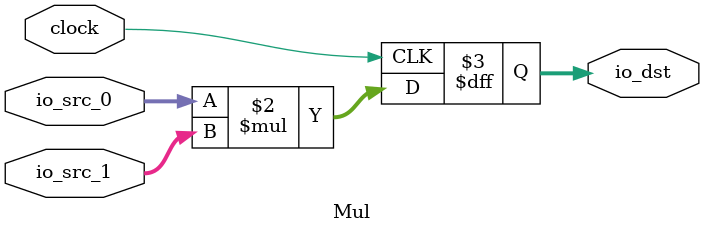
<source format=sv>
module Mul(
    input clock,
    input  [7:0] io_src_0, io_src_1,
    output reg [7:0] io_dst
);
  always @(posedge clock) begin
    io_dst <= io_src_0 * io_src_1;
  end
endmodule

</source>
